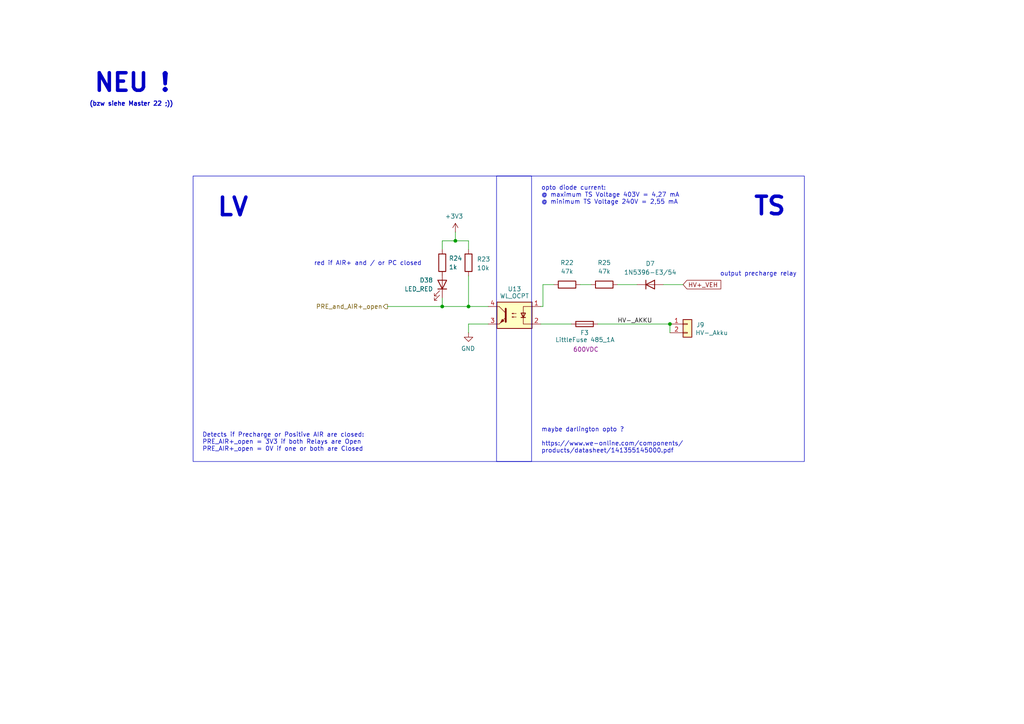
<source format=kicad_sch>
(kicad_sch
	(version 20231120)
	(generator "eeschema")
	(generator_version "8.0")
	(uuid "147e6aec-331a-4a67-bc56-2e8ecabcaa8b")
	(paper "A4")
	(lib_symbols
		(symbol "Connector_Generic:Conn_01x02"
			(pin_names
				(offset 1.016) hide)
			(exclude_from_sim no)
			(in_bom yes)
			(on_board yes)
			(property "Reference" "J"
				(at 0 2.54 0)
				(effects
					(font
						(size 1.27 1.27)
					)
				)
			)
			(property "Value" "Conn_01x02"
				(at 0 -5.08 0)
				(effects
					(font
						(size 1.27 1.27)
					)
				)
			)
			(property "Footprint" ""
				(at 0 0 0)
				(effects
					(font
						(size 1.27 1.27)
					)
					(hide yes)
				)
			)
			(property "Datasheet" "~"
				(at 0 0 0)
				(effects
					(font
						(size 1.27 1.27)
					)
					(hide yes)
				)
			)
			(property "Description" "Generic connector, single row, 01x02, script generated (kicad-library-utils/schlib/autogen/connector/)"
				(at 0 0 0)
				(effects
					(font
						(size 1.27 1.27)
					)
					(hide yes)
				)
			)
			(property "ki_keywords" "connector"
				(at 0 0 0)
				(effects
					(font
						(size 1.27 1.27)
					)
					(hide yes)
				)
			)
			(property "ki_fp_filters" "Connector*:*_1x??_*"
				(at 0 0 0)
				(effects
					(font
						(size 1.27 1.27)
					)
					(hide yes)
				)
			)
			(symbol "Conn_01x02_1_1"
				(rectangle
					(start -1.27 -2.413)
					(end 0 -2.667)
					(stroke
						(width 0.1524)
						(type default)
					)
					(fill
						(type none)
					)
				)
				(rectangle
					(start -1.27 0.127)
					(end 0 -0.127)
					(stroke
						(width 0.1524)
						(type default)
					)
					(fill
						(type none)
					)
				)
				(rectangle
					(start -1.27 1.27)
					(end 1.27 -3.81)
					(stroke
						(width 0.254)
						(type default)
					)
					(fill
						(type background)
					)
				)
				(pin passive line
					(at -5.08 0 0)
					(length 3.81)
					(name "Pin_1"
						(effects
							(font
								(size 1.27 1.27)
							)
						)
					)
					(number "1"
						(effects
							(font
								(size 1.27 1.27)
							)
						)
					)
				)
				(pin passive line
					(at -5.08 -2.54 0)
					(length 3.81)
					(name "Pin_2"
						(effects
							(font
								(size 1.27 1.27)
							)
						)
					)
					(number "2"
						(effects
							(font
								(size 1.27 1.27)
							)
						)
					)
				)
			)
		)
		(symbol "Device:D"
			(pin_numbers hide)
			(pin_names
				(offset 1.016) hide)
			(exclude_from_sim no)
			(in_bom yes)
			(on_board yes)
			(property "Reference" "D"
				(at 0 2.54 0)
				(effects
					(font
						(size 1.27 1.27)
					)
				)
			)
			(property "Value" "D"
				(at 0 -2.54 0)
				(effects
					(font
						(size 1.27 1.27)
					)
				)
			)
			(property "Footprint" ""
				(at 0 0 0)
				(effects
					(font
						(size 1.27 1.27)
					)
					(hide yes)
				)
			)
			(property "Datasheet" "~"
				(at 0 0 0)
				(effects
					(font
						(size 1.27 1.27)
					)
					(hide yes)
				)
			)
			(property "Description" "Diode"
				(at 0 0 0)
				(effects
					(font
						(size 1.27 1.27)
					)
					(hide yes)
				)
			)
			(property "ki_keywords" "diode"
				(at 0 0 0)
				(effects
					(font
						(size 1.27 1.27)
					)
					(hide yes)
				)
			)
			(property "ki_fp_filters" "TO-???* *_Diode_* *SingleDiode* D_*"
				(at 0 0 0)
				(effects
					(font
						(size 1.27 1.27)
					)
					(hide yes)
				)
			)
			(symbol "D_0_1"
				(polyline
					(pts
						(xy -1.27 1.27) (xy -1.27 -1.27)
					)
					(stroke
						(width 0.254)
						(type default)
					)
					(fill
						(type none)
					)
				)
				(polyline
					(pts
						(xy 1.27 0) (xy -1.27 0)
					)
					(stroke
						(width 0)
						(type default)
					)
					(fill
						(type none)
					)
				)
				(polyline
					(pts
						(xy 1.27 1.27) (xy 1.27 -1.27) (xy -1.27 0) (xy 1.27 1.27)
					)
					(stroke
						(width 0.254)
						(type default)
					)
					(fill
						(type none)
					)
				)
			)
			(symbol "D_1_1"
				(pin passive line
					(at -3.81 0 0)
					(length 2.54)
					(name "K"
						(effects
							(font
								(size 1.27 1.27)
							)
						)
					)
					(number "1"
						(effects
							(font
								(size 1.27 1.27)
							)
						)
					)
				)
				(pin passive line
					(at 3.81 0 180)
					(length 2.54)
					(name "A"
						(effects
							(font
								(size 1.27 1.27)
							)
						)
					)
					(number "2"
						(effects
							(font
								(size 1.27 1.27)
							)
						)
					)
				)
			)
		)
		(symbol "Device:LED"
			(pin_numbers hide)
			(pin_names
				(offset 1.016) hide)
			(exclude_from_sim no)
			(in_bom yes)
			(on_board yes)
			(property "Reference" "D"
				(at 0 2.54 0)
				(effects
					(font
						(size 1.27 1.27)
					)
				)
			)
			(property "Value" "LED"
				(at 0 -2.54 0)
				(effects
					(font
						(size 1.27 1.27)
					)
				)
			)
			(property "Footprint" ""
				(at 0 0 0)
				(effects
					(font
						(size 1.27 1.27)
					)
					(hide yes)
				)
			)
			(property "Datasheet" "~"
				(at 0 0 0)
				(effects
					(font
						(size 1.27 1.27)
					)
					(hide yes)
				)
			)
			(property "Description" "Light emitting diode"
				(at 0 0 0)
				(effects
					(font
						(size 1.27 1.27)
					)
					(hide yes)
				)
			)
			(property "ki_keywords" "LED diode"
				(at 0 0 0)
				(effects
					(font
						(size 1.27 1.27)
					)
					(hide yes)
				)
			)
			(property "ki_fp_filters" "LED* LED_SMD:* LED_THT:*"
				(at 0 0 0)
				(effects
					(font
						(size 1.27 1.27)
					)
					(hide yes)
				)
			)
			(symbol "LED_0_1"
				(polyline
					(pts
						(xy -1.27 -1.27) (xy -1.27 1.27)
					)
					(stroke
						(width 0.254)
						(type default)
					)
					(fill
						(type none)
					)
				)
				(polyline
					(pts
						(xy -1.27 0) (xy 1.27 0)
					)
					(stroke
						(width 0)
						(type default)
					)
					(fill
						(type none)
					)
				)
				(polyline
					(pts
						(xy 1.27 -1.27) (xy 1.27 1.27) (xy -1.27 0) (xy 1.27 -1.27)
					)
					(stroke
						(width 0.254)
						(type default)
					)
					(fill
						(type none)
					)
				)
				(polyline
					(pts
						(xy -3.048 -0.762) (xy -4.572 -2.286) (xy -3.81 -2.286) (xy -4.572 -2.286) (xy -4.572 -1.524)
					)
					(stroke
						(width 0)
						(type default)
					)
					(fill
						(type none)
					)
				)
				(polyline
					(pts
						(xy -1.778 -0.762) (xy -3.302 -2.286) (xy -2.54 -2.286) (xy -3.302 -2.286) (xy -3.302 -1.524)
					)
					(stroke
						(width 0)
						(type default)
					)
					(fill
						(type none)
					)
				)
			)
			(symbol "LED_1_1"
				(pin passive line
					(at -3.81 0 0)
					(length 2.54)
					(name "K"
						(effects
							(font
								(size 1.27 1.27)
							)
						)
					)
					(number "1"
						(effects
							(font
								(size 1.27 1.27)
							)
						)
					)
				)
				(pin passive line
					(at 3.81 0 180)
					(length 2.54)
					(name "A"
						(effects
							(font
								(size 1.27 1.27)
							)
						)
					)
					(number "2"
						(effects
							(font
								(size 1.27 1.27)
							)
						)
					)
				)
			)
		)
		(symbol "Device:R"
			(pin_numbers hide)
			(pin_names
				(offset 0)
			)
			(exclude_from_sim no)
			(in_bom yes)
			(on_board yes)
			(property "Reference" "R"
				(at 2.032 0 90)
				(effects
					(font
						(size 1.27 1.27)
					)
				)
			)
			(property "Value" "R"
				(at 0 0 90)
				(effects
					(font
						(size 1.27 1.27)
					)
				)
			)
			(property "Footprint" ""
				(at -1.778 0 90)
				(effects
					(font
						(size 1.27 1.27)
					)
					(hide yes)
				)
			)
			(property "Datasheet" "~"
				(at 0 0 0)
				(effects
					(font
						(size 1.27 1.27)
					)
					(hide yes)
				)
			)
			(property "Description" "Resistor"
				(at 0 0 0)
				(effects
					(font
						(size 1.27 1.27)
					)
					(hide yes)
				)
			)
			(property "ki_keywords" "R res resistor"
				(at 0 0 0)
				(effects
					(font
						(size 1.27 1.27)
					)
					(hide yes)
				)
			)
			(property "ki_fp_filters" "R_*"
				(at 0 0 0)
				(effects
					(font
						(size 1.27 1.27)
					)
					(hide yes)
				)
			)
			(symbol "R_0_1"
				(rectangle
					(start -1.016 -2.54)
					(end 1.016 2.54)
					(stroke
						(width 0.254)
						(type default)
					)
					(fill
						(type none)
					)
				)
			)
			(symbol "R_1_1"
				(pin passive line
					(at 0 3.81 270)
					(length 1.27)
					(name "~"
						(effects
							(font
								(size 1.27 1.27)
							)
						)
					)
					(number "1"
						(effects
							(font
								(size 1.27 1.27)
							)
						)
					)
				)
				(pin passive line
					(at 0 -3.81 90)
					(length 1.27)
					(name "~"
						(effects
							(font
								(size 1.27 1.27)
							)
						)
					)
					(number "2"
						(effects
							(font
								(size 1.27 1.27)
							)
						)
					)
				)
			)
		)
		(symbol "FaSTTUBe_Fuses:485_1A"
			(pin_numbers hide)
			(pin_names
				(offset 0)
			)
			(exclude_from_sim no)
			(in_bom yes)
			(on_board yes)
			(property "Reference" "F"
				(at 2.032 0 90)
				(effects
					(font
						(size 1.27 1.27)
					)
				)
			)
			(property "Value" "485_1A"
				(at -5.08 0 90)
				(effects
					(font
						(size 1.27 1.27)
					)
				)
			)
			(property "Footprint" "FaSTTUBe_Fuses:Littelfuse_485"
				(at 5.08 0 90)
				(effects
					(font
						(size 1.27 1.27)
					)
					(hide yes)
				)
			)
			(property "Datasheet" "~"
				(at 0 0 0)
				(effects
					(font
						(size 1.27 1.27)
					)
					(hide yes)
				)
			)
			(property "Description" "Littelfuse 485 Series 600Vdc, 1A"
				(at 0 0 0)
				(effects
					(font
						(size 1.27 1.27)
					)
					(hide yes)
				)
			)
			(property "Voltage" "600VDC"
				(at -2.54 0 90)
				(effects
					(font
						(size 1.27 1.27)
					)
				)
			)
			(property "ki_keywords" "fuse"
				(at 0 0 0)
				(effects
					(font
						(size 1.27 1.27)
					)
					(hide yes)
				)
			)
			(property "ki_fp_filters" "*Fuse*"
				(at 0 0 0)
				(effects
					(font
						(size 1.27 1.27)
					)
					(hide yes)
				)
			)
			(symbol "485_1A_0_1"
				(rectangle
					(start -0.762 -2.54)
					(end 0.762 2.54)
					(stroke
						(width 0.254)
						(type default)
					)
					(fill
						(type none)
					)
				)
				(polyline
					(pts
						(xy 0 2.54) (xy 0 -2.54)
					)
					(stroke
						(width 0)
						(type default)
					)
					(fill
						(type none)
					)
				)
			)
			(symbol "485_1A_1_1"
				(pin passive line
					(at 0 3.81 270)
					(length 1.27)
					(name "~"
						(effects
							(font
								(size 1.27 1.27)
							)
						)
					)
					(number "1"
						(effects
							(font
								(size 1.27 1.27)
							)
						)
					)
				)
				(pin passive line
					(at 0 -3.81 90)
					(length 1.27)
					(name "~"
						(effects
							(font
								(size 1.27 1.27)
							)
						)
					)
					(number "2"
						(effects
							(font
								(size 1.27 1.27)
							)
						)
					)
				)
			)
		)
		(symbol "Isolator:FODM217A"
			(exclude_from_sim no)
			(in_bom yes)
			(on_board yes)
			(property "Reference" "U4"
				(at 1.27 7.62 0)
				(effects
					(font
						(size 1.27 1.27)
					)
				)
			)
			(property "Value" "WL_OCDA"
				(at 1.27 5.588 0)
				(effects
					(font
						(size 1.27 1.27)
					)
				)
			)
			(property "Footprint" "Package_SO:SOP-4_4.4x2.6mm_P1.27mm"
				(at 0 -5.08 0)
				(effects
					(font
						(size 1.27 1.27)
						(italic yes)
					)
					(hide yes)
				)
			)
			(property "Datasheet" ""
				(at 0 0 0)
				(effects
					(font
						(size 1.27 1.27)
					)
					(justify left)
					(hide yes)
				)
			)
			(property "Description" "141352145000"
				(at 0 0 0)
				(effects
					(font
						(size 1.27 1.27)
					)
					(hide yes)
				)
			)
			(property "ki_keywords" "DC Phototransistor Optocoupler"
				(at 0 0 0)
				(effects
					(font
						(size 1.27 1.27)
					)
					(hide yes)
				)
			)
			(property "ki_fp_filters" "SOP*4.4x2.6mm*P1.27mm*"
				(at 0 0 0)
				(effects
					(font
						(size 1.27 1.27)
					)
					(hide yes)
				)
			)
			(symbol "FODM217A_0_1"
				(rectangle
					(start -5.08 3.81)
					(end 5.08 -3.81)
					(stroke
						(width 0.254)
						(type default)
					)
					(fill
						(type background)
					)
				)
				(polyline
					(pts
						(xy -3.175 -0.635) (xy -1.905 -0.635)
					)
					(stroke
						(width 0.254)
						(type default)
					)
					(fill
						(type none)
					)
				)
				(polyline
					(pts
						(xy 2.54 0.635) (xy 4.445 2.54)
					)
					(stroke
						(width 0)
						(type default)
					)
					(fill
						(type none)
					)
				)
				(polyline
					(pts
						(xy 4.445 -2.54) (xy 2.54 -0.635)
					)
					(stroke
						(width 0)
						(type default)
					)
					(fill
						(type outline)
					)
				)
				(polyline
					(pts
						(xy 4.445 -2.54) (xy 5.08 -2.54)
					)
					(stroke
						(width 0)
						(type default)
					)
					(fill
						(type none)
					)
				)
				(polyline
					(pts
						(xy 4.445 2.54) (xy 5.08 2.54)
					)
					(stroke
						(width 0)
						(type default)
					)
					(fill
						(type none)
					)
				)
				(polyline
					(pts
						(xy -5.08 2.54) (xy -2.54 2.54) (xy -2.54 -0.635)
					)
					(stroke
						(width 0)
						(type default)
					)
					(fill
						(type none)
					)
				)
				(polyline
					(pts
						(xy -2.54 -0.635) (xy -2.54 -2.54) (xy -5.08 -2.54)
					)
					(stroke
						(width 0)
						(type default)
					)
					(fill
						(type none)
					)
				)
				(polyline
					(pts
						(xy 2.54 1.905) (xy 2.54 -1.905) (xy 2.54 -1.905)
					)
					(stroke
						(width 0.508)
						(type default)
					)
					(fill
						(type none)
					)
				)
				(polyline
					(pts
						(xy -2.54 -0.635) (xy -3.175 0.635) (xy -1.905 0.635) (xy -2.54 -0.635)
					)
					(stroke
						(width 0.254)
						(type default)
					)
					(fill
						(type none)
					)
				)
				(polyline
					(pts
						(xy -0.508 -0.508) (xy 0.762 -0.508) (xy 0.381 -0.635) (xy 0.381 -0.381) (xy 0.762 -0.508)
					)
					(stroke
						(width 0)
						(type default)
					)
					(fill
						(type none)
					)
				)
				(polyline
					(pts
						(xy -0.508 0.508) (xy 0.762 0.508) (xy 0.381 0.381) (xy 0.381 0.635) (xy 0.762 0.508)
					)
					(stroke
						(width 0)
						(type default)
					)
					(fill
						(type none)
					)
				)
				(polyline
					(pts
						(xy 3.048 -1.651) (xy 3.556 -1.143) (xy 4.064 -2.159) (xy 3.048 -1.651) (xy 3.048 -1.651)
					)
					(stroke
						(width 0)
						(type default)
					)
					(fill
						(type outline)
					)
				)
			)
			(symbol "FODM217A_1_1"
				(pin passive line
					(at -7.62 2.54 0)
					(length 2.54)
					(name "~"
						(effects
							(font
								(size 1.27 1.27)
							)
						)
					)
					(number "1"
						(effects
							(font
								(size 1.27 1.27)
							)
						)
					)
				)
				(pin passive line
					(at -7.62 -2.54 0)
					(length 2.54)
					(name "~"
						(effects
							(font
								(size 1.27 1.27)
							)
						)
					)
					(number "2"
						(effects
							(font
								(size 1.27 1.27)
							)
						)
					)
				)
				(pin passive line
					(at 7.62 -2.54 180)
					(length 2.54)
					(name "~"
						(effects
							(font
								(size 1.27 1.27)
							)
						)
					)
					(number "3"
						(effects
							(font
								(size 1.27 1.27)
							)
						)
					)
				)
				(pin passive line
					(at 7.62 2.54 180)
					(length 2.54)
					(name "~"
						(effects
							(font
								(size 1.27 1.27)
							)
						)
					)
					(number "4"
						(effects
							(font
								(size 1.27 1.27)
							)
						)
					)
				)
			)
		)
		(symbol "power:+3V3"
			(power)
			(pin_numbers hide)
			(pin_names
				(offset 0) hide)
			(exclude_from_sim no)
			(in_bom yes)
			(on_board yes)
			(property "Reference" "#PWR"
				(at 0 -3.81 0)
				(effects
					(font
						(size 1.27 1.27)
					)
					(hide yes)
				)
			)
			(property "Value" "+3V3"
				(at 0 3.556 0)
				(effects
					(font
						(size 1.27 1.27)
					)
				)
			)
			(property "Footprint" ""
				(at 0 0 0)
				(effects
					(font
						(size 1.27 1.27)
					)
					(hide yes)
				)
			)
			(property "Datasheet" ""
				(at 0 0 0)
				(effects
					(font
						(size 1.27 1.27)
					)
					(hide yes)
				)
			)
			(property "Description" "Power symbol creates a global label with name \"+3V3\""
				(at 0 0 0)
				(effects
					(font
						(size 1.27 1.27)
					)
					(hide yes)
				)
			)
			(property "ki_keywords" "global power"
				(at 0 0 0)
				(effects
					(font
						(size 1.27 1.27)
					)
					(hide yes)
				)
			)
			(symbol "+3V3_0_1"
				(polyline
					(pts
						(xy -0.762 1.27) (xy 0 2.54)
					)
					(stroke
						(width 0)
						(type default)
					)
					(fill
						(type none)
					)
				)
				(polyline
					(pts
						(xy 0 0) (xy 0 2.54)
					)
					(stroke
						(width 0)
						(type default)
					)
					(fill
						(type none)
					)
				)
				(polyline
					(pts
						(xy 0 2.54) (xy 0.762 1.27)
					)
					(stroke
						(width 0)
						(type default)
					)
					(fill
						(type none)
					)
				)
			)
			(symbol "+3V3_1_1"
				(pin power_in line
					(at 0 0 90)
					(length 0)
					(name "~"
						(effects
							(font
								(size 1.27 1.27)
							)
						)
					)
					(number "1"
						(effects
							(font
								(size 1.27 1.27)
							)
						)
					)
				)
			)
		)
		(symbol "power:GND"
			(power)
			(pin_numbers hide)
			(pin_names
				(offset 0) hide)
			(exclude_from_sim no)
			(in_bom yes)
			(on_board yes)
			(property "Reference" "#PWR"
				(at 0 -6.35 0)
				(effects
					(font
						(size 1.27 1.27)
					)
					(hide yes)
				)
			)
			(property "Value" "GND"
				(at 0 -3.81 0)
				(effects
					(font
						(size 1.27 1.27)
					)
				)
			)
			(property "Footprint" ""
				(at 0 0 0)
				(effects
					(font
						(size 1.27 1.27)
					)
					(hide yes)
				)
			)
			(property "Datasheet" ""
				(at 0 0 0)
				(effects
					(font
						(size 1.27 1.27)
					)
					(hide yes)
				)
			)
			(property "Description" "Power symbol creates a global label with name \"GND\" , ground"
				(at 0 0 0)
				(effects
					(font
						(size 1.27 1.27)
					)
					(hide yes)
				)
			)
			(property "ki_keywords" "global power"
				(at 0 0 0)
				(effects
					(font
						(size 1.27 1.27)
					)
					(hide yes)
				)
			)
			(symbol "GND_0_1"
				(polyline
					(pts
						(xy 0 0) (xy 0 -1.27) (xy 1.27 -1.27) (xy 0 -2.54) (xy -1.27 -1.27) (xy 0 -1.27)
					)
					(stroke
						(width 0)
						(type default)
					)
					(fill
						(type none)
					)
				)
			)
			(symbol "GND_1_1"
				(pin power_in line
					(at 0 0 270)
					(length 0)
					(name "~"
						(effects
							(font
								(size 1.27 1.27)
							)
						)
					)
					(number "1"
						(effects
							(font
								(size 1.27 1.27)
							)
						)
					)
				)
			)
		)
	)
	(junction
		(at 194.31 93.98)
		(diameter 0)
		(color 0 0 0 0)
		(uuid "4317e541-6f8d-4f01-813e-5bb5a099a361")
	)
	(junction
		(at 132.08 69.85)
		(diameter 0)
		(color 0 0 0 0)
		(uuid "62ea72f1-5240-4751-8c97-1c02d60ebeb2")
	)
	(junction
		(at 135.89 88.9)
		(diameter 0)
		(color 0 0 0 0)
		(uuid "764b5980-2a25-4f17-b663-5ea5eb6037ec")
	)
	(junction
		(at 128.27 88.9)
		(diameter 0)
		(color 0 0 0 0)
		(uuid "ffd96996-9787-44ee-be85-0b77b15d875a")
	)
	(wire
		(pts
			(xy 135.89 69.85) (xy 135.89 72.39)
		)
		(stroke
			(width 0)
			(type default)
		)
		(uuid "08ecec90-29f0-44c5-988a-45248c2045c5")
	)
	(wire
		(pts
			(xy 128.27 72.39) (xy 128.27 69.85)
		)
		(stroke
			(width 0)
			(type default)
		)
		(uuid "171335b5-a252-40e6-a6f2-ddc2d18c2c10")
	)
	(wire
		(pts
			(xy 173.355 93.98) (xy 194.31 93.98)
		)
		(stroke
			(width 0)
			(type default)
		)
		(uuid "21c922c4-52b3-4aef-8b9c-24a5339fbc0e")
	)
	(wire
		(pts
			(xy 179.07 82.55) (xy 184.785 82.55)
		)
		(stroke
			(width 0)
			(type default)
		)
		(uuid "2cf17f9d-09cd-4cf4-a107-3c1a1b2f52b8")
	)
	(wire
		(pts
			(xy 128.27 78.74) (xy 128.27 80.01)
		)
		(stroke
			(width 0)
			(type default)
		)
		(uuid "2d13abb1-6a09-46e4-bdb6-a7092e1a595e")
	)
	(wire
		(pts
			(xy 128.27 69.85) (xy 132.08 69.85)
		)
		(stroke
			(width 0)
			(type default)
		)
		(uuid "390496cc-273b-4e5d-b762-4c3148c4e0a8")
	)
	(wire
		(pts
			(xy 192.405 82.55) (xy 198.12 82.55)
		)
		(stroke
			(width 0)
			(type default)
		)
		(uuid "3c1b7ab8-dc73-43a9-b854-0d74a410f323")
	)
	(wire
		(pts
			(xy 128.27 88.9) (xy 135.89 88.9)
		)
		(stroke
			(width 0)
			(type default)
		)
		(uuid "6783cb5c-25b6-4d77-abf5-5e6bde4129d5")
	)
	(wire
		(pts
			(xy 194.31 93.98) (xy 194.31 96.52)
		)
		(stroke
			(width 0)
			(type default)
		)
		(uuid "6c5b4f5b-9046-41c3-8921-e56002edad84")
	)
	(wire
		(pts
			(xy 132.08 67.31) (xy 132.08 69.85)
		)
		(stroke
			(width 0)
			(type default)
		)
		(uuid "6e259883-6f5b-4fb2-90b9-2a79f36e6faa")
	)
	(wire
		(pts
			(xy 168.275 82.55) (xy 171.45 82.55)
		)
		(stroke
			(width 0)
			(type default)
		)
		(uuid "7912bf64-d739-4ff1-8d14-f38fd680be28")
	)
	(wire
		(pts
			(xy 112.395 88.9) (xy 128.27 88.9)
		)
		(stroke
			(width 0)
			(type default)
		)
		(uuid "7a893ff7-9d23-4a68-8c48-0f13785f7221")
	)
	(wire
		(pts
			(xy 156.845 93.98) (xy 165.735 93.98)
		)
		(stroke
			(width 0)
			(type default)
		)
		(uuid "7d9021ae-2354-449d-b4e8-b723040b4c85")
	)
	(wire
		(pts
			(xy 135.89 93.98) (xy 135.89 96.52)
		)
		(stroke
			(width 0)
			(type default)
		)
		(uuid "96a95957-e389-458a-ab1e-da653dc1b8a1")
	)
	(wire
		(pts
			(xy 135.89 88.9) (xy 141.605 88.9)
		)
		(stroke
			(width 0)
			(type default)
		)
		(uuid "9774ab40-a2b8-49b4-9fea-1e8bd050bc85")
	)
	(wire
		(pts
			(xy 157.48 88.9) (xy 156.845 88.9)
		)
		(stroke
			(width 0)
			(type default)
		)
		(uuid "981a27ae-2090-4811-8c82-976dff04847f")
	)
	(wire
		(pts
			(xy 157.48 82.55) (xy 160.655 82.55)
		)
		(stroke
			(width 0)
			(type default)
		)
		(uuid "9b5a8e3a-a60e-435e-980b-88c13ae80855")
	)
	(wire
		(pts
			(xy 135.89 80.01) (xy 135.89 88.9)
		)
		(stroke
			(width 0)
			(type default)
		)
		(uuid "a40bccd4-f801-441a-8a84-b67eb282c3aa")
	)
	(wire
		(pts
			(xy 132.08 69.85) (xy 135.89 69.85)
		)
		(stroke
			(width 0)
			(type default)
		)
		(uuid "c4b957b3-a472-41c3-b61b-9eee53531adf")
	)
	(wire
		(pts
			(xy 128.27 86.36) (xy 128.27 88.9)
		)
		(stroke
			(width 0)
			(type default)
		)
		(uuid "cacf7875-d960-4a34-9d69-f30ecc279128")
	)
	(wire
		(pts
			(xy 157.48 82.55) (xy 157.48 88.9)
		)
		(stroke
			(width 0)
			(type default)
		)
		(uuid "e651083f-a660-4b21-bed2-5310f84d55dc")
	)
	(wire
		(pts
			(xy 135.89 93.98) (xy 141.605 93.98)
		)
		(stroke
			(width 0)
			(type default)
		)
		(uuid "ed82b0ef-233b-445e-ad4f-19bc23585345")
	)
	(rectangle
		(start 144.018 51.054)
		(end 154.178 133.858)
		(stroke
			(width 0)
			(type default)
		)
		(fill
			(type none)
		)
		(uuid bd18933d-e4fb-45ca-b0c6-70fbd94acf38)
	)
	(rectangle
		(start 56.007 51.054)
		(end 233.299 133.858)
		(stroke
			(width 0)
			(type default)
		)
		(fill
			(type none)
		)
		(uuid cfa3ce83-a4c7-4028-a13b-f95170c7c6d6)
	)
	(text "output precharge relay"
		(exclude_from_sim no)
		(at 219.964 79.502 0)
		(effects
			(font
				(size 1.27 1.27)
			)
		)
		(uuid "1da9d064-f97b-4474-95a0-163f901aa209")
	)
	(text "(bzw siehe Master 22 ;))"
		(exclude_from_sim no)
		(at 38.1 30.226 0)
		(effects
			(font
				(size 1.27 1.27)
				(bold yes)
			)
		)
		(uuid "23a9f6c2-faff-41cb-a88f-a0612b5fe23e")
	)
	(text "Detects if Precharge or Positive AIR are closed:\nPRE_AIR+_open = 3V3 if both Relays are Open\nPRE_AIR+_open = 0V if one or both are Closed "
		(exclude_from_sim no)
		(at 58.674 131.064 0)
		(effects
			(font
				(size 1.27 1.27)
			)
			(justify left bottom)
		)
		(uuid "27fc8c63-bf68-4bcc-8c4e-45e741bd7282")
	)
	(text "LV"
		(exclude_from_sim no)
		(at 67.564 60.198 0)
		(effects
			(font
				(size 5.08 5.08)
				(thickness 1.016)
				(bold yes)
			)
		)
		(uuid "287bd5b3-90bf-47e8-a99a-1d46e3229eee")
	)
	(text "NEU !"
		(exclude_from_sim no)
		(at 38.354 24.13 0)
		(effects
			(font
				(size 5.08 5.08)
				(thickness 1.016)
				(bold yes)
			)
		)
		(uuid "8e2a41b3-a14d-47ea-b3fe-ca974fcea2aa")
	)
	(text "red if AIR+ and / or PC closed"
		(exclude_from_sim no)
		(at 106.68 76.454 0)
		(effects
			(font
				(size 1.27 1.27)
			)
		)
		(uuid "9ec5086e-6526-49ef-ac18-0bbafebcf7a6")
	)
	(text "maybe darlington opto ?\n\nhttps://www.we-online.com/components/\nproducts/datasheet/141355145000.pdf"
		(exclude_from_sim no)
		(at 156.972 127.762 0)
		(effects
			(font
				(size 1.27 1.27)
			)
			(justify left)
		)
		(uuid "a2ad6220-9136-480b-b288-06933ae69049")
	)
	(text "TS"
		(exclude_from_sim no)
		(at 223.266 59.944 0)
		(effects
			(font
				(size 5.08 5.08)
				(thickness 1.016)
				(bold yes)
			)
		)
		(uuid "b075c53d-92c9-456d-abf7-eed816b092d6")
	)
	(text "opto diode current:\n@ maximum TS Voltage 403V = 4,27 mA\n@ minimum TS Voltage 240V = 2,55 mA"
		(exclude_from_sim no)
		(at 156.972 56.642 0)
		(effects
			(font
				(size 1.27 1.27)
			)
			(justify left)
		)
		(uuid "d4b04a63-fe59-4b72-943d-35207f31044c")
	)
	(label "HV-_AKKU"
		(at 179.07 93.98 0)
		(fields_autoplaced yes)
		(effects
			(font
				(size 1.27 1.27)
			)
			(justify left bottom)
		)
		(uuid "95509a72-45dd-4cf0-ab2d-f7da0663a473")
	)
	(global_label "HV+_VEH"
		(shape input)
		(at 198.12 82.55 0)
		(fields_autoplaced yes)
		(effects
			(font
				(size 1.27 1.27)
			)
			(justify left)
		)
		(uuid "d02a03da-4633-4a77-a066-2272afd87b31")
		(property "Intersheetrefs" "${INTERSHEET_REFS}"
			(at 209.6324 82.55 0)
			(effects
				(font
					(size 1.27 1.27)
				)
				(justify left)
				(hide yes)
			)
		)
	)
	(hierarchical_label "PRE_and_AIR+_open"
		(shape output)
		(at 112.395 88.9 180)
		(fields_autoplaced yes)
		(effects
			(font
				(size 1.27 1.27)
			)
			(justify right)
		)
		(uuid "3f6aea03-b548-479e-aafe-ee682c3ed582")
	)
	(symbol
		(lib_id "Device:R")
		(at 128.27 76.2 0)
		(unit 1)
		(exclude_from_sim no)
		(in_bom yes)
		(on_board yes)
		(dnp no)
		(fields_autoplaced yes)
		(uuid "3104ba72-246c-42e8-8cd4-03b963e106b5")
		(property "Reference" "R24"
			(at 130.175 74.9299 0)
			(effects
				(font
					(size 1.27 1.27)
				)
				(justify left)
			)
		)
		(property "Value" "1k"
			(at 130.175 77.4699 0)
			(effects
				(font
					(size 1.27 1.27)
				)
				(justify left)
			)
		)
		(property "Footprint" "Resistor_SMD:R_0603_1608Metric"
			(at 126.492 76.2 90)
			(effects
				(font
					(size 1.27 1.27)
				)
				(hide yes)
			)
		)
		(property "Datasheet" "~"
			(at 128.27 76.2 0)
			(effects
				(font
					(size 1.27 1.27)
				)
				(hide yes)
			)
		)
		(property "Description" "Resistor"
			(at 128.27 76.2 0)
			(effects
				(font
					(size 1.27 1.27)
				)
				(hide yes)
			)
		)
		(property "Sim.Device" ""
			(at 128.27 76.2 0)
			(effects
				(font
					(size 1.27 1.27)
				)
				(hide yes)
			)
		)
		(property "Sim.Pins" ""
			(at 128.27 76.2 0)
			(effects
				(font
					(size 1.27 1.27)
				)
				(hide yes)
			)
		)
		(property "Sim.Type" ""
			(at 128.27 76.2 0)
			(effects
				(font
					(size 1.27 1.27)
				)
				(hide yes)
			)
		)
		(pin "2"
			(uuid "810e63bf-b9c5-4d77-83c1-44898b288015")
		)
		(pin "1"
			(uuid "ab1b6d8f-a14b-40db-96ed-62e024f68006")
		)
		(instances
			(project "Master_FT25"
				(path "/e63e39d7-6ac0-4ffd-8aa3-1841a4541b55/5ce1aa0c-f98f-4b94-80bd-f188cf4c57de/cbda76e2-9a35-4c57-88fc-51fcf41776aa"
					(reference "R24")
					(unit 1)
				)
			)
		)
	)
	(symbol
		(lib_id "power:+3V3")
		(at 132.08 67.31 0)
		(unit 1)
		(exclude_from_sim no)
		(in_bom yes)
		(on_board yes)
		(dnp no)
		(uuid "36250160-559d-463c-b874-6e474f00b333")
		(property "Reference" "#PWR029"
			(at 132.08 71.12 0)
			(effects
				(font
					(size 1.27 1.27)
				)
				(hide yes)
			)
		)
		(property "Value" "+3V3"
			(at 131.699 62.738 0)
			(effects
				(font
					(size 1.27 1.27)
				)
			)
		)
		(property "Footprint" ""
			(at 132.08 67.31 0)
			(effects
				(font
					(size 1.27 1.27)
				)
				(hide yes)
			)
		)
		(property "Datasheet" ""
			(at 132.08 67.31 0)
			(effects
				(font
					(size 1.27 1.27)
				)
				(hide yes)
			)
		)
		(property "Description" "Power symbol creates a global label with name \"+3V3\""
			(at 132.08 67.31 0)
			(effects
				(font
					(size 1.27 1.27)
				)
				(hide yes)
			)
		)
		(pin "1"
			(uuid "8c862918-1457-40b7-9a79-bf5759fd8dea")
		)
		(instances
			(project "Master_FT25"
				(path "/e63e39d7-6ac0-4ffd-8aa3-1841a4541b55/5ce1aa0c-f98f-4b94-80bd-f188cf4c57de/cbda76e2-9a35-4c57-88fc-51fcf41776aa"
					(reference "#PWR029")
					(unit 1)
				)
			)
		)
	)
	(symbol
		(lib_id "Device:R")
		(at 135.89 76.2 0)
		(unit 1)
		(exclude_from_sim no)
		(in_bom yes)
		(on_board yes)
		(dnp no)
		(uuid "38c1fba2-49db-4825-a944-b22a1f3a8158")
		(property "Reference" "R23"
			(at 138.303 75.184 0)
			(effects
				(font
					(size 1.27 1.27)
				)
				(justify left)
			)
		)
		(property "Value" "10k"
			(at 138.303 77.724 0)
			(effects
				(font
					(size 1.27 1.27)
				)
				(justify left)
			)
		)
		(property "Footprint" "Resistor_SMD:R_0603_1608Metric"
			(at 134.112 76.2 90)
			(effects
				(font
					(size 1.27 1.27)
				)
				(hide yes)
			)
		)
		(property "Datasheet" "~"
			(at 135.89 76.2 0)
			(effects
				(font
					(size 1.27 1.27)
				)
				(hide yes)
			)
		)
		(property "Description" "Resistor"
			(at 135.89 76.2 0)
			(effects
				(font
					(size 1.27 1.27)
				)
				(hide yes)
			)
		)
		(property "Sim.Device" ""
			(at 135.89 76.2 0)
			(effects
				(font
					(size 1.27 1.27)
				)
				(hide yes)
			)
		)
		(property "Sim.Pins" ""
			(at 135.89 76.2 0)
			(effects
				(font
					(size 1.27 1.27)
				)
				(hide yes)
			)
		)
		(property "Sim.Type" ""
			(at 135.89 76.2 0)
			(effects
				(font
					(size 1.27 1.27)
				)
				(hide yes)
			)
		)
		(pin "2"
			(uuid "dcf8a911-87d7-44bb-942a-4b86583260eb")
		)
		(pin "1"
			(uuid "92ac60ee-41af-411c-b7af-4ba09a52526b")
		)
		(instances
			(project "Master_FT25"
				(path "/e63e39d7-6ac0-4ffd-8aa3-1841a4541b55/5ce1aa0c-f98f-4b94-80bd-f188cf4c57de/cbda76e2-9a35-4c57-88fc-51fcf41776aa"
					(reference "R23")
					(unit 1)
				)
			)
		)
	)
	(symbol
		(lib_id "FaSTTUBe_Fuses:485_1A")
		(at 169.545 93.98 270)
		(mirror x)
		(unit 1)
		(exclude_from_sim no)
		(in_bom yes)
		(on_board yes)
		(dnp no)
		(uuid "54ef7a2c-bf2f-43d8-b8a2-2e93bc8b6fd2")
		(property "Reference" "F3"
			(at 169.545 96.52 90)
			(effects
				(font
					(size 1.27 1.27)
				)
			)
		)
		(property "Value" "LittleFuse 485_1A"
			(at 169.672 98.552 90)
			(effects
				(font
					(size 1.27 1.27)
				)
			)
		)
		(property "Footprint" "FaSTTUBe_Fuses:Littelfuse_485"
			(at 169.545 88.9 90)
			(effects
				(font
					(size 1.27 1.27)
				)
				(hide yes)
			)
		)
		(property "Datasheet" "https://www.mouser.de/datasheet/2/643/ds_CP_0ACJ_series-3045709.pdf"
			(at 169.545 93.98 0)
			(effects
				(font
					(size 1.27 1.27)
				)
				(hide yes)
			)
		)
		(property "Description" ""
			(at 169.545 93.98 0)
			(effects
				(font
					(size 1.27 1.27)
				)
				(hide yes)
			)
		)
		(property "Voltage" "600VDC"
			(at 169.926 101.346 90)
			(effects
				(font
					(size 1.27 1.27)
				)
			)
		)
		(property "Sim.Device" ""
			(at 169.545 93.98 0)
			(effects
				(font
					(size 1.27 1.27)
				)
				(hide yes)
			)
		)
		(property "Sim.Pins" ""
			(at 169.545 93.98 0)
			(effects
				(font
					(size 1.27 1.27)
				)
				(hide yes)
			)
		)
		(property "Sim.Type" ""
			(at 169.545 93.98 0)
			(effects
				(font
					(size 1.27 1.27)
				)
				(hide yes)
			)
		)
		(pin "1"
			(uuid "bd4ffc8c-0d1c-402e-be92-623c7865d8a7")
		)
		(pin "2"
			(uuid "36e9931d-87d2-472d-9aa5-caa6f4e33320")
		)
		(instances
			(project "Master_FT25"
				(path "/e63e39d7-6ac0-4ffd-8aa3-1841a4541b55/5ce1aa0c-f98f-4b94-80bd-f188cf4c57de/cbda76e2-9a35-4c57-88fc-51fcf41776aa"
					(reference "F3")
					(unit 1)
				)
			)
		)
	)
	(symbol
		(lib_id "Isolator:FODM217A")
		(at 149.225 91.44 0)
		(mirror y)
		(unit 1)
		(exclude_from_sim no)
		(in_bom yes)
		(on_board yes)
		(dnp no)
		(uuid "5602afa6-f9ef-4f19-8f0f-ef4215cc8bf5")
		(property "Reference" "U13"
			(at 149.225 83.82 0)
			(effects
				(font
					(size 1.27 1.27)
				)
			)
		)
		(property "Value" "WL_OCPT"
			(at 149.225 85.852 0)
			(effects
				(font
					(size 1.27 1.27)
				)
			)
		)
		(property "Footprint" "Package_SO:SOP-4_3.8x4.1mm_P2.54mm"
			(at 149.225 96.52 0)
			(effects
				(font
					(size 1.27 1.27)
					(italic yes)
				)
				(hide yes)
			)
		)
		(property "Datasheet" "https://www.we-online.com/components/products/datasheet/140356145200.pdf"
			(at 149.225 91.44 0)
			(effects
				(font
					(size 1.27 1.27)
				)
				(justify left)
				(hide yes)
			)
		)
		(property "Description" "140356145200"
			(at 149.225 91.44 0)
			(effects
				(font
					(size 1.27 1.27)
				)
				(hide yes)
			)
		)
		(property "Sim.Device" ""
			(at 149.225 91.44 0)
			(effects
				(font
					(size 1.27 1.27)
				)
				(hide yes)
			)
		)
		(property "Sim.Pins" ""
			(at 149.225 91.44 0)
			(effects
				(font
					(size 1.27 1.27)
				)
				(hide yes)
			)
		)
		(property "Sim.Type" ""
			(at 149.225 91.44 0)
			(effects
				(font
					(size 1.27 1.27)
				)
				(hide yes)
			)
		)
		(pin "3"
			(uuid "b8e5b9bf-22b7-4846-9a9d-56094a3542a6")
		)
		(pin "4"
			(uuid "d176df6a-a725-4a16-a173-71fce1c2b6bf")
		)
		(pin "1"
			(uuid "0905117f-a6f7-4e94-91b8-0877ecbfd52e")
		)
		(pin "2"
			(uuid "23164f79-1774-4e3e-af7b-d796103f05d8")
		)
		(instances
			(project "Master_FT25"
				(path "/e63e39d7-6ac0-4ffd-8aa3-1841a4541b55/5ce1aa0c-f98f-4b94-80bd-f188cf4c57de/cbda76e2-9a35-4c57-88fc-51fcf41776aa"
					(reference "U13")
					(unit 1)
				)
			)
		)
	)
	(symbol
		(lib_id "Device:D")
		(at 188.595 82.55 0)
		(unit 1)
		(exclude_from_sim no)
		(in_bom yes)
		(on_board yes)
		(dnp no)
		(uuid "636dc9ec-a29e-4e90-bfd2-97720cc58ee3")
		(property "Reference" "D7"
			(at 188.595 76.454 0)
			(effects
				(font
					(size 1.27 1.27)
				)
			)
		)
		(property "Value" "1N5396-E3/54"
			(at 188.595 78.994 0)
			(effects
				(font
					(size 1.27 1.27)
				)
			)
		)
		(property "Footprint" "Diode_THT:D_DO-41_SOD81_P12.70mm_Horizontal"
			(at 188.595 82.55 0)
			(effects
				(font
					(size 1.27 1.27)
				)
				(hide yes)
			)
		)
		(property "Datasheet" "https://www.vishay.com/docs/88514/1n5391.pdf"
			(at 188.595 82.55 0)
			(effects
				(font
					(size 1.27 1.27)
				)
				(hide yes)
			)
		)
		(property "Description" "500 V"
			(at 188.595 82.55 0)
			(effects
				(font
					(size 1.27 1.27)
				)
				(hide yes)
			)
		)
		(property "Sim.Device" ""
			(at 188.595 82.55 0)
			(effects
				(font
					(size 1.27 1.27)
				)
				(hide yes)
			)
		)
		(property "Sim.Pins" ""
			(at 188.595 82.55 0)
			(effects
				(font
					(size 1.27 1.27)
				)
				(hide yes)
			)
		)
		(property "Sim.Type" ""
			(at 188.595 82.55 0)
			(effects
				(font
					(size 1.27 1.27)
				)
				(hide yes)
			)
		)
		(pin "1"
			(uuid "30e8bfff-b71d-46d3-b905-b64b1b5b4011")
		)
		(pin "2"
			(uuid "be9ec972-7872-4b3c-aa0e-70f92956a037")
		)
		(instances
			(project "Master_FT25"
				(path "/e63e39d7-6ac0-4ffd-8aa3-1841a4541b55/5ce1aa0c-f98f-4b94-80bd-f188cf4c57de/cbda76e2-9a35-4c57-88fc-51fcf41776aa"
					(reference "D7")
					(unit 1)
				)
			)
		)
	)
	(symbol
		(lib_id "Connector_Generic:Conn_01x02")
		(at 199.39 93.98 0)
		(unit 1)
		(exclude_from_sim no)
		(in_bom yes)
		(on_board yes)
		(dnp no)
		(uuid "9719f5f2-8a02-4ad3-a444-4255ef9d06f3")
		(property "Reference" "J9"
			(at 201.93 94.234 0)
			(effects
				(font
					(size 1.27 1.27)
				)
				(justify left)
			)
		)
		(property "Value" "HV-_Akku"
			(at 201.676 96.52 0)
			(effects
				(font
					(size 1.27 1.27)
				)
				(justify left)
			)
		)
		(property "Footprint" "FaSTTUBe_connectors:Micro_Mate-N-Lok_2p_vertical"
			(at 199.39 93.98 0)
			(effects
				(font
					(size 1.27 1.27)
				)
				(hide yes)
			)
		)
		(property "Datasheet" "~"
			(at 199.39 93.98 0)
			(effects
				(font
					(size 1.27 1.27)
				)
				(hide yes)
			)
		)
		(property "Description" "Generic connector, single row, 01x02, script generated (kicad-library-utils/schlib/autogen/connector/)"
			(at 199.39 93.98 0)
			(effects
				(font
					(size 1.27 1.27)
				)
				(hide yes)
			)
		)
		(property "Silkscreen" "HV-_Akku"
			(at 199.39 93.98 0)
			(effects
				(font
					(size 1.27 1.27)
				)
				(hide yes)
			)
		)
		(property "Sim.Device" ""
			(at 199.39 93.98 0)
			(effects
				(font
					(size 1.27 1.27)
				)
				(hide yes)
			)
		)
		(property "Sim.Pins" ""
			(at 199.39 93.98 0)
			(effects
				(font
					(size 1.27 1.27)
				)
				(hide yes)
			)
		)
		(property "Sim.Type" ""
			(at 199.39 93.98 0)
			(effects
				(font
					(size 1.27 1.27)
				)
				(hide yes)
			)
		)
		(pin "2"
			(uuid "5e3d013a-51e3-4ff2-b3fe-2bb0101be1b5")
		)
		(pin "1"
			(uuid "d1e5b3d7-b398-4b28-a4dd-2e5e1dc80369")
		)
		(instances
			(project "Master_FT25"
				(path "/e63e39d7-6ac0-4ffd-8aa3-1841a4541b55/5ce1aa0c-f98f-4b94-80bd-f188cf4c57de/cbda76e2-9a35-4c57-88fc-51fcf41776aa"
					(reference "J9")
					(unit 1)
				)
			)
		)
	)
	(symbol
		(lib_id "Device:LED")
		(at 128.27 82.55 270)
		(mirror x)
		(unit 1)
		(exclude_from_sim no)
		(in_bom yes)
		(on_board yes)
		(dnp no)
		(uuid "9ef335ab-5957-411a-8599-60057756f9fb")
		(property "Reference" "D38"
			(at 125.603 81.28 90)
			(effects
				(font
					(size 1.27 1.27)
				)
				(justify right)
			)
		)
		(property "Value" "LED_RED"
			(at 125.603 83.82 90)
			(effects
				(font
					(size 1.27 1.27)
				)
				(justify right)
			)
		)
		(property "Footprint" "LED_SMD:LED_0603_1608Metric"
			(at 128.27 82.55 0)
			(effects
				(font
					(size 1.27 1.27)
				)
				(hide yes)
			)
		)
		(property "Datasheet" "~"
			(at 128.27 82.55 0)
			(effects
				(font
					(size 1.27 1.27)
				)
				(hide yes)
			)
		)
		(property "Description" "AIR+ and PC closed"
			(at 128.27 82.55 0)
			(effects
				(font
					(size 1.27 1.27)
				)
				(hide yes)
			)
		)
		(property "Sim.Device" ""
			(at 128.27 82.55 0)
			(effects
				(font
					(size 1.27 1.27)
				)
				(hide yes)
			)
		)
		(property "Sim.Pins" ""
			(at 128.27 82.55 0)
			(effects
				(font
					(size 1.27 1.27)
				)
				(hide yes)
			)
		)
		(property "Sim.Type" ""
			(at 128.27 82.55 0)
			(effects
				(font
					(size 1.27 1.27)
				)
				(hide yes)
			)
		)
		(pin "1"
			(uuid "ef7519c0-50a6-4678-b2a6-d1e3e3199a59")
		)
		(pin "2"
			(uuid "100d8297-146a-489a-bf89-8f5f3f024b86")
		)
		(instances
			(project "Master_FT25"
				(path "/e63e39d7-6ac0-4ffd-8aa3-1841a4541b55/5ce1aa0c-f98f-4b94-80bd-f188cf4c57de/cbda76e2-9a35-4c57-88fc-51fcf41776aa"
					(reference "D38")
					(unit 1)
				)
			)
		)
	)
	(symbol
		(lib_id "power:GND")
		(at 135.89 96.52 0)
		(unit 1)
		(exclude_from_sim no)
		(in_bom yes)
		(on_board yes)
		(dnp no)
		(uuid "b7ef4b57-2a8b-497f-a7fa-e1903dd31328")
		(property "Reference" "#PWR015"
			(at 135.89 102.87 0)
			(effects
				(font
					(size 1.27 1.27)
				)
				(hide yes)
			)
		)
		(property "Value" "GND"
			(at 135.763 101.092 0)
			(effects
				(font
					(size 1.27 1.27)
				)
			)
		)
		(property "Footprint" ""
			(at 135.89 96.52 0)
			(effects
				(font
					(size 1.27 1.27)
				)
				(hide yes)
			)
		)
		(property "Datasheet" ""
			(at 135.89 96.52 0)
			(effects
				(font
					(size 1.27 1.27)
				)
				(hide yes)
			)
		)
		(property "Description" "Power symbol creates a global label with name \"GND\" , ground"
			(at 135.89 96.52 0)
			(effects
				(font
					(size 1.27 1.27)
				)
				(hide yes)
			)
		)
		(pin "1"
			(uuid "a7a049c7-492d-4aba-b3e2-e25f1d0a351d")
		)
		(instances
			(project "Master_FT25"
				(path "/e63e39d7-6ac0-4ffd-8aa3-1841a4541b55/5ce1aa0c-f98f-4b94-80bd-f188cf4c57de/cbda76e2-9a35-4c57-88fc-51fcf41776aa"
					(reference "#PWR015")
					(unit 1)
				)
			)
		)
	)
	(symbol
		(lib_id "Device:R")
		(at 164.465 82.55 270)
		(unit 1)
		(exclude_from_sim no)
		(in_bom yes)
		(on_board yes)
		(dnp no)
		(fields_autoplaced yes)
		(uuid "f2fa3891-5f4c-4e03-a00f-71ae3be0b749")
		(property "Reference" "R22"
			(at 164.465 76.2 90)
			(effects
				(font
					(size 1.27 1.27)
				)
			)
		)
		(property "Value" "47k"
			(at 164.465 78.74 90)
			(effects
				(font
					(size 1.27 1.27)
				)
			)
		)
		(property "Footprint" "Resistor_SMD:R_2010_5025Metric"
			(at 164.465 80.772 90)
			(effects
				(font
					(size 1.27 1.27)
				)
				(hide yes)
			)
		)
		(property "Datasheet" "https://www.mouser.de/ProductDetail/TE-Connectivity-Holsworthy/CRGP2010F47K?qs=wUXugUrL1qx%252BxxKxOzC7tQ%3D%3D"
			(at 164.465 82.55 0)
			(effects
				(font
					(size 1.27 1.27)
				)
				(hide yes)
			)
		)
		(property "Description" "Resistor 400V, 1.25 W"
			(at 164.465 82.55 0)
			(effects
				(font
					(size 1.27 1.27)
				)
				(hide yes)
			)
		)
		(property "Sim.Device" ""
			(at 164.465 82.55 0)
			(effects
				(font
					(size 1.27 1.27)
				)
				(hide yes)
			)
		)
		(property "Sim.Pins" ""
			(at 164.465 82.55 0)
			(effects
				(font
					(size 1.27 1.27)
				)
				(hide yes)
			)
		)
		(property "Sim.Type" ""
			(at 164.465 82.55 0)
			(effects
				(font
					(size 1.27 1.27)
				)
				(hide yes)
			)
		)
		(pin "1"
			(uuid "6a0b96c2-14b1-4363-b3f0-636d3da81b3c")
		)
		(pin "2"
			(uuid "9da2d1b0-c768-465a-ac69-be5ad7373837")
		)
		(instances
			(project "Master_FT25"
				(path "/e63e39d7-6ac0-4ffd-8aa3-1841a4541b55/5ce1aa0c-f98f-4b94-80bd-f188cf4c57de/cbda76e2-9a35-4c57-88fc-51fcf41776aa"
					(reference "R22")
					(unit 1)
				)
			)
		)
	)
	(symbol
		(lib_id "Device:R")
		(at 175.26 82.55 270)
		(unit 1)
		(exclude_from_sim no)
		(in_bom yes)
		(on_board yes)
		(dnp no)
		(fields_autoplaced yes)
		(uuid "ff068258-5e8e-45b8-827e-07844c8e9d29")
		(property "Reference" "R25"
			(at 175.26 76.2 90)
			(effects
				(font
					(size 1.27 1.27)
				)
			)
		)
		(property "Value" "47k"
			(at 175.26 78.74 90)
			(effects
				(font
					(size 1.27 1.27)
				)
			)
		)
		(property "Footprint" "Resistor_SMD:R_2010_5025Metric"
			(at 175.26 80.772 90)
			(effects
				(font
					(size 1.27 1.27)
				)
				(hide yes)
			)
		)
		(property "Datasheet" "https://www.mouser.de/ProductDetail/TE-Connectivity-Holsworthy/CRGP2010F47K?qs=wUXugUrL1qx%252BxxKxOzC7tQ%3D%3D"
			(at 175.26 82.55 0)
			(effects
				(font
					(size 1.27 1.27)
				)
				(hide yes)
			)
		)
		(property "Description" "Resistor 400V, 1.25 W"
			(at 175.26 82.55 0)
			(effects
				(font
					(size 1.27 1.27)
				)
				(hide yes)
			)
		)
		(property "Sim.Device" ""
			(at 175.26 82.55 0)
			(effects
				(font
					(size 1.27 1.27)
				)
				(hide yes)
			)
		)
		(property "Sim.Pins" ""
			(at 175.26 82.55 0)
			(effects
				(font
					(size 1.27 1.27)
				)
				(hide yes)
			)
		)
		(property "Sim.Type" ""
			(at 175.26 82.55 0)
			(effects
				(font
					(size 1.27 1.27)
				)
				(hide yes)
			)
		)
		(pin "1"
			(uuid "fd4e3a63-a173-4f90-be5c-b652cb18f0be")
		)
		(pin "2"
			(uuid "94a21468-4108-4c8c-9c31-d84a84668858")
		)
		(instances
			(project "Master_FT25"
				(path "/e63e39d7-6ac0-4ffd-8aa3-1841a4541b55/5ce1aa0c-f98f-4b94-80bd-f188cf4c57de/cbda76e2-9a35-4c57-88fc-51fcf41776aa"
					(reference "R25")
					(unit 1)
				)
			)
		)
	)
)

</source>
